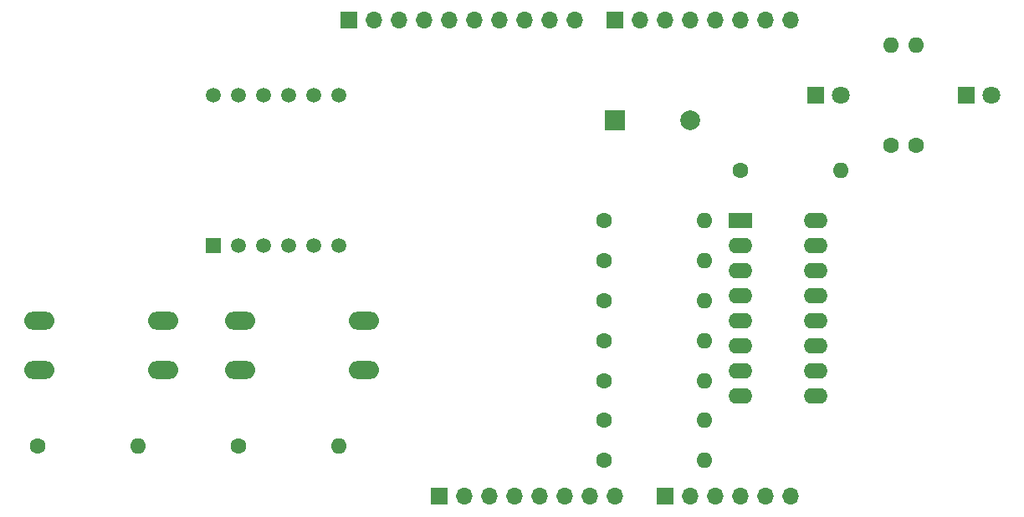
<source format=gbr>
%TF.GenerationSoftware,KiCad,Pcbnew,7.0.1-0*%
%TF.CreationDate,2023-03-30T13:35:29-06:00*%
%TF.ProjectId,Phase_A_UnoShield,50686173-655f-4415-9f55-6e6f53686965,rev?*%
%TF.SameCoordinates,Original*%
%TF.FileFunction,Copper,L1,Top*%
%TF.FilePolarity,Positive*%
%FSLAX46Y46*%
G04 Gerber Fmt 4.6, Leading zero omitted, Abs format (unit mm)*
G04 Created by KiCad (PCBNEW 7.0.1-0) date 2023-03-30 13:35:29*
%MOMM*%
%LPD*%
G01*
G04 APERTURE LIST*
%TA.AperFunction,ComponentPad*%
%ADD10C,1.500000*%
%TD*%
%TA.AperFunction,ComponentPad*%
%ADD11R,1.500000X1.500000*%
%TD*%
%TA.AperFunction,ComponentPad*%
%ADD12R,1.700000X1.700000*%
%TD*%
%TA.AperFunction,ComponentPad*%
%ADD13O,1.700000X1.700000*%
%TD*%
%TA.AperFunction,ComponentPad*%
%ADD14R,1.800000X1.800000*%
%TD*%
%TA.AperFunction,ComponentPad*%
%ADD15C,1.800000*%
%TD*%
%TA.AperFunction,ComponentPad*%
%ADD16R,2.400000X1.600000*%
%TD*%
%TA.AperFunction,ComponentPad*%
%ADD17O,2.400000X1.600000*%
%TD*%
%TA.AperFunction,ComponentPad*%
%ADD18C,1.600000*%
%TD*%
%TA.AperFunction,ComponentPad*%
%ADD19O,1.600000X1.600000*%
%TD*%
%TA.AperFunction,ComponentPad*%
%ADD20C,2.000000*%
%TD*%
%TA.AperFunction,ComponentPad*%
%ADD21R,2.000000X2.000000*%
%TD*%
%TA.AperFunction,ComponentPad*%
%ADD22O,3.048000X1.850000*%
%TD*%
G04 APERTURE END LIST*
D10*
%TO.P,U1,12,CA1*%
%TO.N,Dig1*%
X105080000Y-56820000D03*
%TO.P,U1,11,a*%
%TO.N,Net-(U1-a)*%
X107620000Y-56820000D03*
%TO.P,U1,10,f*%
%TO.N,Net-(U1-f)*%
X110160000Y-56820000D03*
%TO.P,U1,9,CA2*%
%TO.N,Dig2*%
X112700000Y-56820000D03*
%TO.P,U1,8,CA3*%
%TO.N,Dig3*%
X115240000Y-56820000D03*
%TO.P,U1,7,b*%
%TO.N,Net-(U1-b)*%
X117780000Y-56820000D03*
%TO.P,U1,6,CA4*%
%TO.N,Dig4*%
X117780000Y-72060000D03*
%TO.P,U1,5,g*%
%TO.N,Net-(U1-g)*%
X115240000Y-72060000D03*
%TO.P,U1,4,c*%
%TO.N,Net-(U1-c)*%
X112700000Y-72060000D03*
%TO.P,U1,3,DPX*%
%TO.N,Net-(U1-DPX)*%
X110160000Y-72060000D03*
%TO.P,U1,2,d*%
%TO.N,Net-(U1-d)*%
X107620000Y-72060000D03*
D11*
%TO.P,U1,1,e*%
%TO.N,Net-(U1-e)*%
X105080000Y-72060000D03*
%TD*%
D12*
%TO.P,J1,1,Pin_1*%
%TO.N,unconnected-(J1-Pin_1-Pad1)*%
X127940000Y-97460000D03*
D13*
%TO.P,J1,2,Pin_2*%
%TO.N,/IOREF*%
X130480000Y-97460000D03*
%TO.P,J1,3,Pin_3*%
%TO.N,/~{RESET}*%
X133020000Y-97460000D03*
%TO.P,J1,4,Pin_4*%
%TO.N,+3V3*%
X135560000Y-97460000D03*
%TO.P,J1,5,Pin_5*%
%TO.N,+5V*%
X138100000Y-97460000D03*
%TO.P,J1,6,Pin_6*%
%TO.N,GND*%
X140640000Y-97460000D03*
%TO.P,J1,7,Pin_7*%
X143180000Y-97460000D03*
%TO.P,J1,8,Pin_8*%
%TO.N,VCC*%
X145720000Y-97460000D03*
%TD*%
D12*
%TO.P,J3,1,Pin_1*%
%TO.N,/A0*%
X150800000Y-97460000D03*
D13*
%TO.P,J3,2,Pin_2*%
%TO.N,/A1*%
X153340000Y-97460000D03*
%TO.P,J3,3,Pin_3*%
%TO.N,/A2*%
X155880000Y-97460000D03*
%TO.P,J3,4,Pin_4*%
%TO.N,/A3*%
X158420000Y-97460000D03*
%TO.P,J3,5,Pin_5*%
%TO.N,/SDA{slash}A4*%
X160960000Y-97460000D03*
%TO.P,J3,6,Pin_6*%
%TO.N,/SCL{slash}A5*%
X163500000Y-97460000D03*
%TD*%
%TO.P,J2,10,Pin_10*%
%TO.N,ST_CP*%
X141656000Y-49200000D03*
%TO.P,J2,9,Pin_9*%
%TO.N,DS*%
X139116000Y-49200000D03*
%TO.P,J2,8,Pin_8*%
%TO.N,Dig4*%
X136576000Y-49200000D03*
%TO.P,J2,7,Pin_7*%
%TO.N,Dig3*%
X134036000Y-49200000D03*
%TO.P,J2,6,Pin_6*%
%TO.N,Dig2*%
X131496000Y-49200000D03*
%TO.P,J2,5,Pin_5*%
%TO.N,Dig1*%
X128956000Y-49200000D03*
%TO.P,J2,4,Pin_4*%
%TO.N,GND*%
X126416000Y-49200000D03*
%TO.P,J2,3,Pin_3*%
%TO.N,unconnected-(J2-Pin_3-Pad3)*%
X123876000Y-49200000D03*
%TO.P,J2,2,Pin_2*%
%TO.N,unconnected-(J2-Pin_2-Pad2)*%
X121336000Y-49200000D03*
D12*
%TO.P,J2,1,Pin_1*%
%TO.N,unconnected-(J2-Pin_1-Pad1)*%
X118796000Y-49200000D03*
%TD*%
%TO.P,J4,1,Pin_1*%
%TO.N,SH_CP*%
X145720000Y-49200000D03*
D13*
%TO.P,J4,2,Pin_2*%
%TO.N,Buzzer*%
X148260000Y-49200000D03*
%TO.P,J4,3,Pin_3*%
%TO.N,RED_LED*%
X150800000Y-49200000D03*
%TO.P,J4,4,Pin_4*%
%TO.N,GREEN_LED*%
X153340000Y-49200000D03*
%TO.P,J4,5,Pin_5*%
%TO.N,Button_2*%
X155880000Y-49200000D03*
%TO.P,J4,6,Pin_6*%
%TO.N,Button_1*%
X158420000Y-49200000D03*
%TO.P,J4,7,Pin_7*%
%TO.N,/TX{slash}1*%
X160960000Y-49200000D03*
%TO.P,J4,8,Pin_8*%
%TO.N,/RX{slash}0*%
X163500000Y-49200000D03*
%TD*%
D14*
%TO.P,D2,1,K*%
%TO.N,GND*%
X181280000Y-56820000D03*
D15*
%TO.P,D2,2,A*%
%TO.N,Net-(D2-A)*%
X183820000Y-56820000D03*
%TD*%
D16*
%TO.P,U2,1,QB*%
%TO.N,b*%
X158420000Y-69520000D03*
D17*
%TO.P,U2,2,QC*%
%TO.N,c*%
X158420000Y-72060000D03*
%TO.P,U2,3,QD*%
%TO.N,d*%
X158420000Y-74600000D03*
%TO.P,U2,4,QE*%
%TO.N,e*%
X158420000Y-77140000D03*
%TO.P,U2,5,QF*%
%TO.N,f*%
X158420000Y-79680000D03*
%TO.P,U2,6,QG*%
%TO.N,g*%
X158420000Y-82220000D03*
%TO.P,U2,7,QH*%
%TO.N,dp*%
X158420000Y-84760000D03*
%TO.P,U2,8,GND*%
%TO.N,GND*%
X158420000Y-87300000D03*
%TO.P,U2,9,QH'*%
%TO.N,unconnected-(U2-QH'-Pad9)*%
X166040000Y-87300000D03*
%TO.P,U2,10,~{SRCLR}*%
%TO.N,+5V*%
X166040000Y-84760000D03*
%TO.P,U2,11,SRCLK*%
%TO.N,SH_CP*%
X166040000Y-82220000D03*
%TO.P,U2,12,RCLK*%
%TO.N,ST_CP*%
X166040000Y-79680000D03*
%TO.P,U2,13,~{OE}*%
%TO.N,GND*%
X166040000Y-77140000D03*
%TO.P,U2,14,SER*%
%TO.N,DS*%
X166040000Y-74600000D03*
%TO.P,U2,15,QA*%
%TO.N,a*%
X166040000Y-72060000D03*
%TO.P,U2,16,VCC*%
%TO.N,+5V*%
X166040000Y-69520000D03*
%TD*%
D18*
%TO.P,R8,1*%
%TO.N,d*%
X144610000Y-77620000D03*
D19*
%TO.P,R8,2*%
%TO.N,Net-(U1-d)*%
X154770000Y-77620000D03*
%TD*%
D18*
%TO.P,R5,1*%
%TO.N,a*%
X158420000Y-64440000D03*
D19*
%TO.P,R5,2*%
%TO.N,Net-(U1-a)*%
X168580000Y-64440000D03*
%TD*%
D14*
%TO.P,D1,1,K*%
%TO.N,GND*%
X166040000Y-56820000D03*
D15*
%TO.P,D1,2,A*%
%TO.N,Net-(D1-A)*%
X168580000Y-56820000D03*
%TD*%
D18*
%TO.P,R1,1*%
%TO.N,Button_1*%
X107620000Y-92380000D03*
D19*
%TO.P,R1,2*%
%TO.N,GND*%
X117780000Y-92380000D03*
%TD*%
D20*
%TO.P,LS1,2,2*%
%TO.N,GND*%
X153320000Y-59360000D03*
D21*
%TO.P,LS1,1,1*%
%TO.N,Buzzer*%
X145720000Y-59360000D03*
%TD*%
D19*
%TO.P,R2,2*%
%TO.N,GND*%
X97460000Y-92380000D03*
D18*
%TO.P,R2,1*%
%TO.N,Button_2*%
X87300000Y-92380000D03*
%TD*%
D22*
%TO.P,SW1,1,1*%
%TO.N,+5V*%
X107820000Y-79680000D03*
X120320000Y-79680000D03*
%TO.P,SW1,2,2*%
%TO.N,Button_1*%
X107820000Y-84680000D03*
X120320000Y-84680000D03*
%TD*%
%TO.P,SW2,1,1*%
%TO.N,+5V*%
X87500000Y-79680000D03*
X100000000Y-79680000D03*
%TO.P,SW2,2,2*%
%TO.N,Button_2*%
X87500000Y-84680000D03*
X100000000Y-84680000D03*
%TD*%
D18*
%TO.P,R12,1*%
%TO.N,dp*%
X144610000Y-93820000D03*
D19*
%TO.P,R12,2*%
%TO.N,Net-(U1-DPX)*%
X154770000Y-93820000D03*
%TD*%
D18*
%TO.P,R10,1*%
%TO.N,f*%
X144610000Y-85720000D03*
D19*
%TO.P,R10,2*%
%TO.N,Net-(U1-f)*%
X154770000Y-85720000D03*
%TD*%
D18*
%TO.P,R9,1*%
%TO.N,e*%
X144610000Y-81670000D03*
D19*
%TO.P,R9,2*%
%TO.N,Net-(U1-e)*%
X154770000Y-81670000D03*
%TD*%
D18*
%TO.P,R6,1*%
%TO.N,b*%
X144610000Y-69520000D03*
D19*
%TO.P,R6,2*%
%TO.N,Net-(U1-b)*%
X154770000Y-69520000D03*
%TD*%
D18*
%TO.P,R3,1*%
%TO.N,RED_LED*%
X173660000Y-61900000D03*
D19*
%TO.P,R3,2*%
%TO.N,Net-(D1-A)*%
X173660000Y-51740000D03*
%TD*%
D18*
%TO.P,R7,1*%
%TO.N,c*%
X144610000Y-73570000D03*
D19*
%TO.P,R7,2*%
%TO.N,Net-(U1-c)*%
X154770000Y-73570000D03*
%TD*%
D18*
%TO.P,R11,1*%
%TO.N,g*%
X144610000Y-89770000D03*
D19*
%TO.P,R11,2*%
%TO.N,Net-(U1-g)*%
X154770000Y-89770000D03*
%TD*%
D18*
%TO.P,R4,1*%
%TO.N,GREEN_LED*%
X176200000Y-61900000D03*
D19*
%TO.P,R4,2*%
%TO.N,Net-(D2-A)*%
X176200000Y-51740000D03*
%TD*%
M02*

</source>
